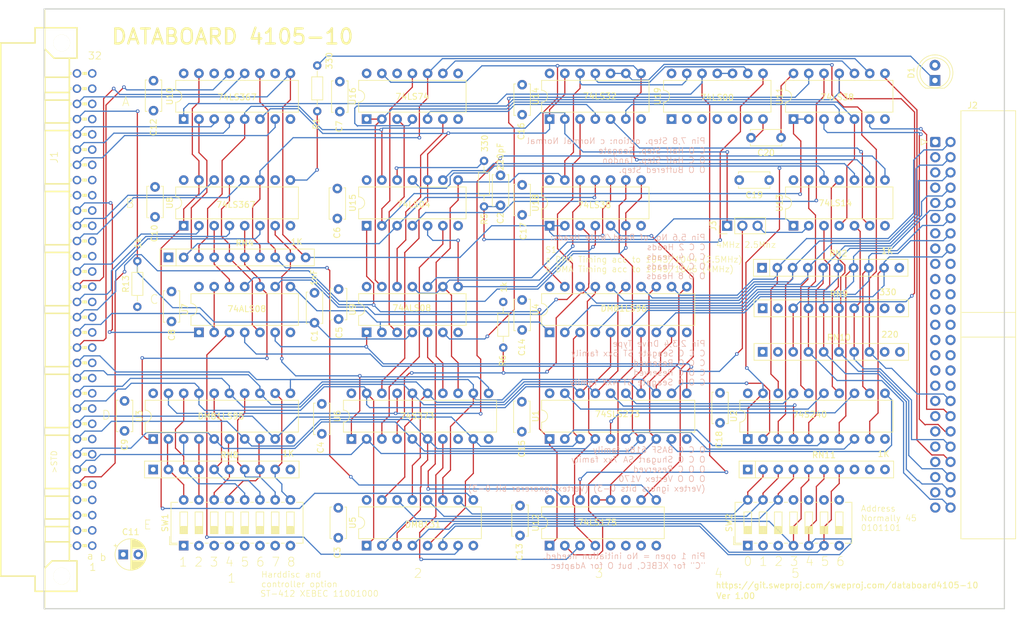
<source format=kicad_pcb>
(kicad_pcb
	(version 20240108)
	(generator "pcbnew")
	(generator_version "8.0")
	(general
		(thickness 1.6)
		(legacy_teardrops no)
	)
	(paper "A4")
	(title_block
		(date "2024-11-23")
		(rev "Ver 1.00")
	)
	(layers
		(0 "F.Cu" signal)
		(1 "In1.Cu" signal)
		(2 "In2.Cu" signal)
		(31 "B.Cu" signal)
		(32 "B.Adhes" user "B.Adhesive")
		(33 "F.Adhes" user "F.Adhesive")
		(34 "B.Paste" user)
		(35 "F.Paste" user)
		(36 "B.SilkS" user "B.Silkscreen")
		(37 "F.SilkS" user "F.Silkscreen")
		(38 "B.Mask" user)
		(39 "F.Mask" user)
		(40 "Dwgs.User" user "User.Drawings")
		(41 "Cmts.User" user "User.Comments")
		(42 "Eco1.User" user "User.Eco1")
		(43 "Eco2.User" user "User.Eco2")
		(44 "Edge.Cuts" user)
		(45 "Margin" user)
		(46 "B.CrtYd" user "B.Courtyard")
		(47 "F.CrtYd" user "F.Courtyard")
		(48 "B.Fab" user)
		(49 "F.Fab" user)
		(50 "User.1" user)
		(51 "User.2" user)
		(52 "User.3" user)
		(53 "User.4" user)
		(54 "User.5" user)
		(55 "User.6" user)
		(56 "User.7" user)
		(57 "User.8" user)
		(58 "User.9" user)
	)
	(setup
		(stackup
			(layer "F.SilkS"
				(type "Top Silk Screen")
			)
			(layer "F.Paste"
				(type "Top Solder Paste")
			)
			(layer "F.Mask"
				(type "Top Solder Mask")
				(thickness 0.01)
			)
			(layer "F.Cu"
				(type "copper")
				(thickness 0.035)
			)
			(layer "dielectric 1"
				(type "prepreg")
				(thickness 0.1)
				(material "FR4")
				(epsilon_r 4.5)
				(loss_tangent 0.02)
			)
			(layer "In1.Cu"
				(type "copper")
				(thickness 0.035)
			)
			(layer "dielectric 2"
				(type "core")
				(thickness 1.24)
				(material "FR4")
				(epsilon_r 4.5)
				(loss_tangent 0.02)
			)
			(layer "In2.Cu"
				(type "copper")
				(thickness 0.035)
			)
			(layer "dielectric 3"
				(type "prepreg")
				(thickness 0.1)
				(material "FR4")
				(epsilon_r 4.5)
				(loss_tangent 0.02)
			)
			(layer "B.Cu"
				(type "copper")
				(thickness 0.035)
			)
			(layer "B.Mask"
				(type "Bottom Solder Mask")
				(thickness 0.01)
			)
			(layer "B.Paste"
				(type "Bottom Solder Paste")
			)
			(layer "B.SilkS"
				(type "Bottom Silk Screen")
			)
			(copper_finish "None")
			(dielectric_constraints no)
		)
		(pad_to_mask_clearance 0)
		(allow_soldermask_bridges_in_footprints no)
		(pcbplotparams
			(layerselection 0x00010fc_ffffffff)
			(plot_on_all_layers_selection 0x0000000_00000000)
			(disableapertmacros no)
			(usegerberextensions no)
			(usegerberattributes yes)
			(usegerberadvancedattributes yes)
			(creategerberjobfile yes)
			(dashed_line_dash_ratio 12.000000)
			(dashed_line_gap_ratio 3.000000)
			(svgprecision 4)
			(plotframeref no)
			(viasonmask no)
			(mode 1)
			(useauxorigin no)
			(hpglpennumber 1)
			(hpglpenspeed 20)
			(hpglpendiameter 15.000000)
			(pdf_front_fp_property_popups yes)
			(pdf_back_fp_property_popups yes)
			(dxfpolygonmode yes)
			(dxfimperialunits yes)
			(dxfusepcbnewfont yes)
			(psnegative no)
			(psa4output no)
			(plotreference yes)
			(plotvalue yes)
			(plotfptext yes)
			(plotinvisibletext no)
			(sketchpadsonfab no)
			(subtractmaskfromsilk no)
			(outputformat 1)
			(mirror no)
			(drillshape 0)
			(scaleselection 1)
			(outputdirectory "gerber_1.00")
		)
	)
	(net 0 "")
	(net 1 "unconnected-(J2-Pin_32-Pad32)")
	(net 2 "Net-(J2-Pin_48)")
	(net 3 "Net-(J2-Pin_44)")
	(net 4 "Net-(J2-Pin_38)")
	(net 5 "unconnected-(J2-Pin_24-Pad24)")
	(net 6 "unconnected-(J2-Pin_26-Pad26)")
	(net 7 "Net-(J2-Pin_40)")
	(net 8 "Net-(J2-Pin_36)")
	(net 9 "unconnected-(J2-Pin_28-Pad28)")
	(net 10 "Net-(U1-Cp)")
	(net 11 "unconnected-(J2-Pin_30-Pad30)")
	(net 12 "Net-(U3-~{G2})")
	(net 13 "Net-(U4-~{G1})")
	(net 14 "Net-(U16B-~{R})")
	(net 15 "Net-(U10-OEb)")
	(net 16 "Net-(U6-D4)")
	(net 17 "unconnected-(J2-Pin_22-Pad22)")
	(net 18 "unconnected-(J2-Pin_34-Pad34)")
	(net 19 "/~{CS}")
	(net 20 "unconnected-(J2-Pin_18-Pad18)")
	(net 21 "/~{RST}")
	(net 22 "unconnected-(J2-Pin_20-Pad20)")
	(net 23 "/~{C3}")
	(net 24 "/~{INP}")
	(net 25 "/~{STAT}")
	(net 26 "VCC")
	(net 27 "GND")
	(net 28 "/~{PRAC}")
	(net 29 "/~{C1}")
	(net 30 "/~{OUT}")
	(net 31 "Net-(U16A-D)")
	(net 32 "Net-(D1-K)")
	(net 33 "Net-(U8-O4a)")
	(net 34 "Net-(J2-Pin_6)")
	(net 35 "Net-(J2-Pin_4)")
	(net 36 "Net-(J2-Pin_14)")
	(net 37 "Net-(J2-Pin_16)")
	(net 38 "Net-(J2-Pin_2)")
	(net 39 "Net-(J2-Pin_12)")
	(net 40 "Net-(J2-Pin_8)")
	(net 41 "Net-(J2-Pin_10)")
	(net 42 "Net-(U1-Q3)")
	(net 43 "Net-(U1-Q4)")
	(net 44 "Net-(U1-Q5)")
	(net 45 "Net-(U1-Q7)")
	(net 46 "Net-(U1-Q6)")
	(net 47 "/D2")
	(net 48 "/D4")
	(net 49 "Net-(U1-Q0)")
	(net 50 "Net-(U1-Q2)")
	(net 51 "/D7")
	(net 52 "/D6")
	(net 53 "/D3")
	(net 54 "Net-(U11-Pad13)")
	(net 55 "/D0")
	(net 56 "Net-(U1-~{Mr})")
	(net 57 "Net-(U1-Q1)")
	(net 58 "/D5")
	(net 59 "/D1")
	(net 60 "Net-(U12-Q3)")
	(net 61 "Net-(U16A-~{Q})")
	(net 62 "Net-(U16A-C)")
	(net 63 "/~{TRRQ}")
	(net 64 "/~{TREN}")
	(net 65 "Net-(U5-~{ST})")
	(net 66 "/~{CSB}")
	(net 67 "/~{R{slash}W}")
	(net 68 "/~{C4}")
	(net 69 "Net-(C2-Pad1)")
	(net 70 "Net-(U6-D1)")
	(net 71 "Net-(U12-~{Q0})")
	(net 72 "Net-(U6-D0)")
	(net 73 "Net-(U10-I3)")
	(net 74 "Net-(U6-D5)")
	(net 75 "Net-(J3-Pin_2)")
	(net 76 "Net-(U14-Pad3)")
	(net 77 "Net-(U15-Pad5)")
	(net 78 "Net-(U19-Pad8)")
	(net 79 "Net-(U10-OEa)")
	(net 80 "Net-(U11-Pad12)")
	(net 81 "Net-(U16B-Q)")
	(net 82 "Net-(U11-Pad4)")
	(net 83 "Net-(U2-OEa)")
	(net 84 "unconnected-(U12-~{Q2}-Pad11)")
	(net 85 "unconnected-(U12-~{Q1}-Pad6)")
	(net 86 "Net-(U12-Q0)")
	(net 87 "unconnected-(U12-Q1-Pad7)")
	(net 88 "Net-(U12-Q2)")
	(net 89 "unconnected-(U12-D1-Pad5)")
	(net 90 "Net-(U13-Pad6)")
	(net 91 "Net-(U13-Pad10)")
	(net 92 "Net-(U14-Pad11)")
	(net 93 "Net-(U16A-Q)")
	(net 94 "unconnected-(U16B-~{Q}-Pad8)")
	(net 95 "Net-(J3-Pin_3)")
	(net 96 "/~{INT}")
	(net 97 "Net-(U19-Pad10)")
	(net 98 "unconnected-(U19-Pad6)")
	(net 99 "unconnected-(U19-Pad3)")
	(net 100 "Net-(RN4-R4)")
	(net 101 "Net-(RN4-R8)")
	(net 102 "Net-(RN4-R6)")
	(net 103 "Net-(RN4-R5)")
	(net 104 "Net-(RN8-R1)")
	(net 105 "Net-(RN8-R4)")
	(net 106 "Net-(RN8-R7)")
	(net 107 "Net-(RN8-R5)")
	(net 108 "Net-(RN8-R6)")
	(net 109 "Net-(RN8-R8)")
	(net 110 "Net-(RN8-R3)")
	(net 111 "Net-(RN8-R2)")
	(net 112 "Net-(RN11-R3)")
	(net 113 "Net-(RN11-R1)")
	(net 114 "Net-(RN11-R2)")
	(net 115 "unconnected-(RN11-R8-Pad9)")
	(net 116 "unconnected-(RN11-R7-Pad8)")
	(net 117 "Net-(RN11-R4)")
	(net 118 "Net-(RN11-R6)")
	(net 119 "Net-(RN11-R5)")
	(net 120 "Net-(RN4-R3)")
	(net 121 "unconnected-(J1-Pin_b3-PadB3)")
	(net 122 "/rn4_10")
	(net 123 "/rn4_3")
	(net 124 "/rn4_2")
	(net 125 "/r10_4")
	(net 126 "/r10_6")
	(net 127 "/r10_7")
	(net 128 "unconnected-(RN9-R8-Pad9)")
	(net 129 "unconnected-(RN9-R1-Pad2)")
	(net 130 "unconnected-(RN10-R8-Pad9)")
	(net 131 "unconnected-(RN10-R1-Pad2)")
	(net 132 "unconnected-(RN2-R9-Pad10)")
	(net 133 "unconnected-(RN8-R9-Pad10)")
	(net 134 "unconnected-(RN9-R9-Pad10)")
	(net 135 "unconnected-(RN10-R9-Pad10)")
	(net 136 "unconnected-(RN11-R9-Pad10)")
	(net 137 "Net-(R5-Pad2)")
	(net 138 "unconnected-(J1-Pin_b13-PadB13)")
	(net 139 "unconnected-(J1-Pin_b23-PadB23)")
	(net 140 "unconnected-(J1-Pin_b14-PadB14)")
	(net 141 "unconnected-(J1-Pin_a24-PadA24)")
	(net 142 "unconnected-(J1-Pin_b5-PadB5)")
	(net 143 "unconnected-(J1-Pin_b9-PadB9)")
	(net 144 "unconnected-(J1-Pin_b19-PadB19)")
	(net 145 "unconnected-(J1-Pin_b30-PadB30)")
	(net 146 "unconnected-(J1-Pin_b21-PadB21)")
	(net 147 "unconnected-(J1-Pin_b20-PadB20)")
	(net 148 "unconnected-(J1-Pin_b32-PadB32)")
	(net 149 "unconnected-(J1-Pin_b26-PadB26)")
	(net 150 "unconnected-(J1-Pin_b11-PadB11)")
	(net 151 "unconnected-(J1-Pin_b10-PadB10)")
	(net 152 "unconnected-(J1-Pin_b24-PadB24)")
	(net 153 "unconnected-(J1-Pin_b18-PadB18)")
	(net 154 "unconnected-(J1-Pin_a32-PadA32)")
	(net 155 "unconnected-(J1-Pin_b6-PadB6)")
	(net 156 "unconnected-(J1-Pin_a1-PadA1)")
	(net 157 "unconnected-(J1-Pin_b1-PadB1)")
	(net 158 "unconnected-(J1-Pin_b4-PadB4)")
	(net 159 "unconnected-(J1-Pin_b12-PadB12)")
	(net 160 "unconnected-(J1-Pin_b15-PadB15)")
	(net 161 "unconnected-(J1-Pin_b25-PadB25)")
	(net 162 "unconnected-(J1-Pin_a25-PadA25)")
	(net 163 "unconnected-(J1-Pin_a4-PadA4)")
	(net 164 "unconnected-(J1-Pin_b16-PadB16)")
	(net 165 "unconnected-(J1-Pin_b7-PadB7)")
	(net 166 "unconnected-(J1-Pin_b28-PadB28)")
	(net 167 "unconnected-(J1-Pin_a20-PadA20)")
	(net 168 "unconnected-(J1-Pin_a3-PadA3)")
	(net 169 "unconnected-(J1-Pin_b17-PadB17)")
	(net 170 "unconnected-(J1-Pin_b8-PadB8)")
	(net 171 "unconnected-(J1-Pin_b22-PadB22)")
	(net 172 "unconnected-(J1-Pin_b27-PadB27)")
	(net 173 "unconnected-(J1-Pin_b29-PadB29)")
	(net 174 "Net-(RN10-R2)")
	(net 175 "unconnected-(SW2-Pad7)")
	(net 176 "unconnected-(SW2-Pad8)")
	(net 177 "/rn4_8")
	(net 178 "Net-(U16B-C)")
	(footprint "Package_DIP:DIP-16_W7.62mm" (layer "F.Cu") (at 83.2612 76.1492 90))
	(footprint "Resistor_THT:R_Array_SIP10" (layer "F.Cu") (at 78.1812 116.7892))
	(footprint "Package_DIP:DIP-14_W7.62mm" (layer "F.Cu") (at 144.2212 76.1492 90))
	(footprint "Capacitor_THT:C_Disc_D5.0mm_W2.5mm_P5.00mm" (layer "F.Cu") (at 109.2708 52.11 -90))
	(footprint "Package_DIP:DIP-16_W7.62mm" (layer "F.Cu") (at 83.2612 58.3692 90))
	(footprint "Resistor_THT:R_Axial_DIN0204_L3.6mm_D1.6mm_P7.62mm_Horizontal" (layer "F.Cu") (at 75.5396 89.662 90))
	(footprint "Capacitor_THT:C_Disc_D5.0mm_W2.5mm_P5.00mm" (layer "F.Cu") (at 78.232 51.9576 -90))
	(footprint "Capacitor_THT:C_Disc_D5.0mm_W2.5mm_P5.00mm" (layer "F.Cu") (at 182.7892 61.468 180))
	(footprint "Capacitor_THT:C_Disc_D5.0mm_W2.5mm_P5.00mm" (layer "F.Cu") (at 136.0424 72.7456 90))
	(footprint "Package_DIP:DIP-20_W7.62mm" (layer "F.Cu") (at 144.2212 93.9292 90))
	(footprint "Capacitor_THT:C_Disc_D5.0mm_W2.5mm_P5.00mm" (layer "F.Cu") (at 73.406 105.3592 -90))
	(footprint "Package_DIP:DIP-20_W7.62mm" (layer "F.Cu") (at 144.2212 111.7092 90))
	(footprint "Package_DIP:DIP-14_W7.62mm" (layer "F.Cu") (at 113.7412 58.3692 90))
	(footprint "Package_DIP:DIP-14_W7.62mm" (layer "F.Cu") (at 184.8612 76.1492 90))
	(footprint "Resistor_THT:R_Array_SIP10" (layer "F.Cu") (at 80.7212 81.4324))
	(footprint "Package_DIP:DIP-14_W7.62mm" (layer "F.Cu") (at 184.8612 58.3692 90))
	(footprint "Capacitor_THT:C_Disc_D5.0mm_W2.5mm_P5.00mm" (layer "F.Cu") (at 78.486 69.676 -90))
	(footprint "Package_DIP:DIP-20_W7.62mm" (layer "F.Cu") (at 111.2012 111.7092 90))
	(footprint "Capacitor_THT:C_Disc_D5.0mm_W2.5mm_P5.00mm" (layer "F.Cu") (at 139.6492 52.6288 -90))
	(footprint "Resistor_THT:R_Array_SIP10" (layer "F.Cu") (at 179.7304 89.916))
	(footprint "Package_DIP:DIP-14_W7.62mm" (layer "F.Cu") (at 164.5412 58.3692 90))
	(footprint "Capacitor_THT:C_Disc_D5.0mm_W2.5mm_P5.00mm" (layer "F.Cu") (at 109.0168 123.1792 -90))
	(footprint "Package_DIP:DIP-14_W7.62mm" (layer "F.Cu") (at 113.7412 76.1492 90))
	(footprint "Resistor_THT:R_Array_SIP10" (layer "F.Cu") (at 179.7304 97.1804))
	(footprint "Resistor_THT:R_Array_SIP10" (layer "F.Cu") (at 179.6288 83.1596))
	(footprint "Package_DIP:DIP-14_W7.62mm" (layer "F.Cu") (at 85.8012 93.9292 90))
	(footprint "Capacitor_THT:CP_Radial_D5.0mm_P2.50mm"
		(layer "F.Cu")
		(uuid "807212b6-d76e-4add-8b04-f41db56b04ed")
		(at 73.192 130.9624)
		(descr "CP, Radial series, Radial, pin pitch=2.50mm, , diameter=5mm, Electrolytic Capacitor")
		(tags "CP Radial series Radial pin pitch 2.50mm  diameter 5mm Electrolytic Capacitor")
		(property "Reference" "C11"
			(at 1.25 -3.75 0)
			(layer "F.SilkS")
			(uuid "aac6ba22-c554-452e-bdb7-09b64867eae8")
			(effects
				(font
					(size 1 1)
					(thickness 0.15)
				)
			)
		)
		(property "Value" "47uF"
			(at 1.25 3.75 0)
			(layer "F.Fab")
			(uuid "770bcbbf-cd52-4cd3-9cd8-c5f57cede8b7")
			(effects
				(font
					(size 1 1)
					(thickness 0.15)
				)
			)
		)
		(property "Footprint" "Capacitor_THT:CP_Radial_D5.0mm_P2.50mm"
			(at 0 0 0)
			(unlocked yes)
			(layer "F.Fab")
			(hide yes)
			(uuid "f015d08b-e09b-4e77-9036-d84d9549adb7")
			(effects
				(font
					(size 1.27 1.27)
					(thickness 0.15)
				)
			)
		)
		(property "Datasheet" ""
			(at 0 0 0)
			(unlocked yes)
			(layer "F.Fab")
			(hide yes)
			(uuid "cdd92070-08bd-4526-a44b-4f4fb9a7cc54")
			(effects
				(font
					(size 1.27 1.27)
					(thickness 0.15)
				)
			)
		)
		(property "Description" "Polarized capacitor, small symbol"
			(at 0 0 0)
			(unlocked yes)
			(layer "F.Fab")
			(hide yes)
			(uuid "f42eb0d1-048e-4a24-b304-45a7b9df8929")
			(effects
				(font
					(size 1.27 1.27)
					(thickness 0.15)
				)
			)
		)
		(property ki_fp_filters "CP_*")
		(path "/f3498465-5a1f-4b25-a628-4040846b0353")
		(sheetname "Root")
		(sheetfile "4680-4105-10.kicad_sch")
		(attr through_hole)
		(fp_line
			(start -1.554775 -1.475)
			(end -1.054775 -1.475)
			(stroke
				(width 0.12)
				(type solid)
			)
			(layer "F.SilkS")
			(uuid "5354fb41-425b-405c-aa2a-6c5cdb4dce8e")
		)
		(fp_line
			(start -1.304775 -1.725)
			(end -1.304775 -1.225)
			(stroke
				(width 0.12)
				(type solid)
			)
			(layer "F.SilkS")
			(uuid "1e1be11c-c11b-4a3b-b966-84ccda2e8cc4")
		)
		(fp_line
			(start 1.25 -2.58)
			(end 1.25 2.58)
			(stroke
				(width 0.12)
				(type solid)
			)
			(layer "F.SilkS")
			(uuid "a4a3f349-3f64-4098-b3fb-2341ecd6dcb0")
		)
		(fp_line
			(start 1.29 -2.58)
			(end 1.29 2.58)
			(stroke
				(width 0.12)
				(type solid)
			)
			(layer "F.SilkS")
			(uuid "667b4983-11cc-4046-a1e1-57a2c0681898")
		)
		(fp_line
			(start 1.33 -2.579)
			(end 1.33 2.579)
			(stroke
				(width 0.12)
				(type solid)
			)
			(layer "F.SilkS")
			(uuid "b2309d49-3a96-4f2c-bf45-a78c4e732c36")
		)
		(fp_line
			(start 1.37 -2.578)
			(end 1.37 2.578)
			(stroke
				(width 0.12)
				(type solid)
			)
			(layer "F.SilkS")
			(uuid "b086dc71-9bc6-4d03-a940-b474c397aaa1")
		)
		(fp_line
			(start 1.41 -2.576)
			(end 1.41 2.576)
			(stroke
				(width 0.12)
				(type solid)
			)
			(layer "F.SilkS")
			(uuid "b9f924af-9527-4d63-8567-26767aca599d")
		)
		(fp_line
			(start 1.45 -2.573)
			(end 1.45 2.573)
			(stroke
				(width 0.12)
				(type solid)
			)
			(layer "F.SilkS")
			(uuid "3b2552a1-96f3-445a-a600-155caf095aac")
		)
		(fp_line
			(start 1.49 -2.569)
			(end 1.49 -1.04)
			(stroke
				(width 0.12)
				(type solid)
			)
			(layer "F.SilkS")
			(uuid "11c0e19c-3c1d-4fd0-9298-bb7b8b1f24e7")
		)
		(fp_line
			(start 1.49 1.04)
			(end 1.49 2.569)
			(stroke
				(width 0.12)
				(type solid)
			)
			(layer "F.SilkS")
			(uuid "5b0557ed-c33a-4634-ae66-dc40338bbce5")
		)
		(fp_line
			(start 1.53 -2.565)
			(end 1.53 -1.04)
			(stroke
				(width 0.12)
				(type solid)
			)
			(layer "F.SilkS")
			(uuid "b41473b1-55e4-4afa-a45f-87c1631441cc")
		)
		(fp_line
			(start 1.53 1.04)
			(end 1.53 2.565)
			(stroke
				(width 0.12)
				(type solid)
			)
			(layer "F.SilkS")
			(uuid "3be51b44-fe9a-4f49-9da1-e0a632845a30")
		)
		(fp_line
			(start 1.57 -2.561)
			(end 1.57 -1.04)
			(stroke
				(width 0.12)
				(type solid)
			)
			(layer "F.SilkS")
			(uuid "b77722b0-2927-467e-9b5d-7f2d7525a610")
		)
		(fp_line
			(start 1.57 1.04)
			(end 1.57 2.561)
			(stroke
				(width 0.12)
				(type solid)
			)
			(layer "F.SilkS")
			(uuid "e72a8994-6cab-4bf3-8c72-61bfcd995c06")
		)
		(fp_line
			(start 1.61 -2.556)
			(end 1.61 -1.04)
			(stroke
				(width 0.12)
				(type solid)
			)
			(layer "F.SilkS")
			(uuid "0593f4ed-2ea1-4adb-80ce-428474b860d0")
		)
		(fp_line
			(start 1.61 1.04)
			(end 1.61 2.556)
			(stroke
				(width 0.12)
				(type solid)
			)
			(layer "F.SilkS")
			(uuid "eba72feb-2da4-46e7-8734-008e5cf7a83f")
		)
		(fp_line
			(start 1.65 -2.55)
			(end 1.65 -1.04)
			(stroke
				(width 0.12)
				(type solid)
			)
			(layer "F.SilkS")
			(uuid "dbe07b9c-8b4e-4deb-b750-9f74719ca594")
		)
		(fp_line
			(start 1.65 1.04)
			(end 1.65 2.55)
			(stroke
				(width 0.12)
				(type solid)
			)
			(layer "F.SilkS")
			(uuid "cbbd64d9-6e3e-4547-90c0-9d504832379f")
		)
		(fp_line
			(start 1.69 -2.543)
			(end 1.69 -1.04)
			(stroke
				(width 0.12)
				(type solid)
			)
			(layer "F.SilkS")
			(uuid "294d6b03-a98c-4881-9959-18f1270d23e5")
		)
		(fp_line
			(start 1.69 1.04)
			(end 1.69 2.543)
			(stroke
				(width 0.12)
				(type solid)
			)
			(layer "F.SilkS")
			(uuid "b1640257-813c-4ff0-b176-c54787e309a8")
		)
		(fp_line
			(start 1.73 -2.536)
			(end 1.73 -1.04)
			(stroke
				(width 0.12)
				(type solid)
			)
			(layer "F.SilkS")
			(uuid "879fb981-eb75-452d-ad12-102be1e2b59e")
		)
		(fp_line
			(start 1.73 1.04)
			(end 1.73 2.536)
			(stroke
				(width 0.12)
				(type solid)
			)
			(layer "F.SilkS")
			(uuid "f70d4e21-2995-4b42-a66f-1d180bda201c")
		)
		(fp_line
			(start 1.77 -2.528)
			(end 1.77 -1.04)
			(stroke
				(width 0.12)
				(type solid)
			)
			(layer "F.SilkS")
			(uuid "df16a672-b0ab-4926-97f3-899de27222df")
		)
		(fp_line
			(start 1.77 1.04)
			(end 1.77 2.528)
			(stroke
				(width 0.12)
				(type solid)
			)
			(layer "F.SilkS")
			(uuid "2037b11e-abf8-46f6-bd07-e76dbcb84346")
		)
		(fp_line
			(start 1.81 -2.52)
			(end 1.81 -1.04)
			(stroke
				(width 0.12)
				(type solid)
			)
			(layer "F.SilkS")
			(uuid "90a896d3-0560-4902-893d-c8aa2e53d6d4")
		)
		(fp_line
			(start 1.81 1.04)
			(end 1.81 2.52)
			(stroke
				(width 0.12)
				(type solid)
			)
			(layer "F.SilkS")
			(uuid "11e6598f-d2db-4463-a968-4eefe31c3bce")
		)
		(fp_line
			(start 1.85 -2.511)
			(end 1.85 -1.04)
			(stroke
				(width 0.12)
				(type solid)
			)
			(layer "F.SilkS")
			(uuid "af3777dc-7d6a-4b76-ab8e-92e9e34feefd")
		)
		(fp_line
			(start 1.85 1.04)
			(end 1.85 2.511)
			(stroke
				(width 0.12)
				(type solid)
			)
			(layer "F.SilkS")
			(uuid "47d39f74-0b55-46f1-8b80-ef1d99f88181")
		)
		(fp_line
			(start 1.89 -2.501)
			(end 1.89 -1.04)
			(stroke
				(width 0.12)
				(type solid)
			)
			(layer "F.SilkS")
			(uuid "58f0d9e4-24f5-4a11-800b-1f31440a3b75")
		)
		(fp_line
			(start 1.89 1.04)
			(end 1.89 2.501)
			(stroke
				(width 0.12)
				(type solid)
			)
			(layer "F.SilkS")
			(uuid "67de5794-8601-4bf0-ac39-2f8361070bed")
		)
		(fp_line
			(start 1.93 -2.491)
			(end 1.93 -1.04)
			(stroke
				(width 0.12)
				(type solid)
			)
			(layer "F.SilkS")
			(uuid "191be62c-ded7-492f-8bf4-e90063168597")
		)
		(fp_line
			(start 1.93 1.04)
			(end 1.93 2.491)
			(stroke
				(width 0.12)
				(type solid)
			)
			(layer "F.SilkS")
			(uuid "34dbfcbc-d984-4ef1-a5a6-f0bf37c43a4c")
		)
		(fp_line
			(start 1.971 -2.48)
			(end 1.971 -1.04)
			(stroke
				(width 0.12)
				(type solid)
			)
			(layer "F.SilkS")
			(uuid "1f972e35-1f81-4861-91a7-cbd8e142e6ef")
		)
		(fp_line
			(start 1.971 1.04)
			(end 1.971 2.48)
			(stroke
				(width 0.12)
				(type solid)
			)
			(layer "F.SilkS")
			(uuid "667a1ec7-d6c3-4653-b71d-1f125b13f9c0")
		)
		(fp_line
			(start 2.011 -2.468)
			(end 2.011 -1.04)
			(stroke
				(width 0.12)
				(type solid)
			)
			(layer "F.SilkS")
			(uuid "93962659-cad7-4843-b40f-ac3f26fa08f2")
		)
		(fp_line
			(start 2.011 1.04)
			(end 2.011 2.468)
			(stroke
				(width 0.12)
				(type solid)
			)
			(layer "F.SilkS")
			(uuid "6ed32db6-fb2b-4c70-95c1-c416b82b9a42")
		)
		(fp_line
			(start 2.051 -2.455)
			(end 2.051 -1.04)
			(stroke
				(width 0.12)
				(type solid)
			)
			(layer "F.SilkS")
			(uuid "0b141cd4-5708-416d-8998-18c29eae4e43")
		)
		(fp_line
			(start 2.051 1.04)
			(end 2.051 2.455)
	
... [2363444 chars truncated]
</source>
